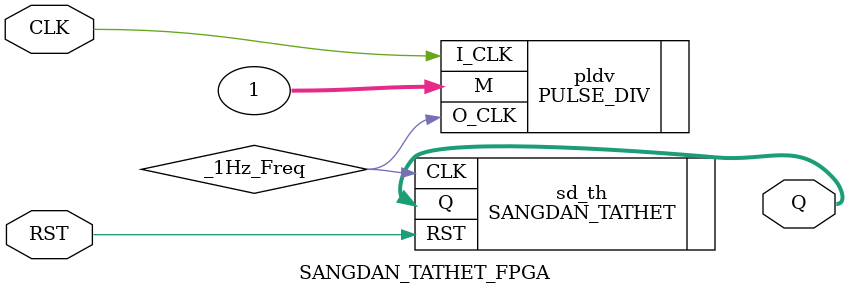
<source format=v>
`timescale 1ns/1ps
`include "SANG_DAN_TAT_HET.v"
`include "PULSE_DIV.v"

module SANGDAN_TATHET_FPGA(
    input CLK,
    input RST,
    output [7:0] Q
);
    wire _1Hz_Freq;
    PULSE_DIV pldv(
        .I_CLK(CLK),
        .O_CLK(_1Hz_Freq),
        .M(1)
    );
    SANGDAN_TATHET sd_th(
        .CLK(_1Hz_Freq),
        .RST(RST),
        .Q(Q)
    );

endmodule
</source>
